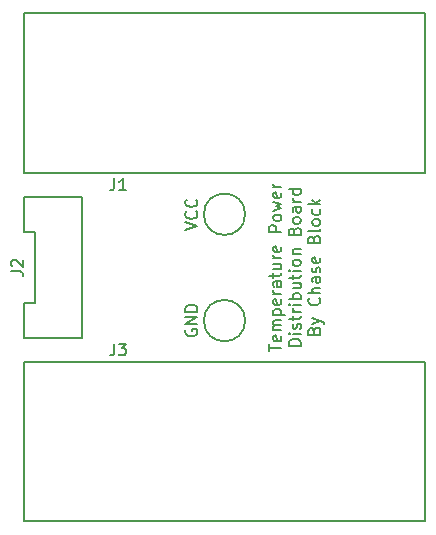
<source format=gbr>
G04 #@! TF.GenerationSoftware,KiCad,Pcbnew,(5.0.0)*
G04 #@! TF.CreationDate,2019-04-06T14:19:34-05:00*
G04 #@! TF.ProjectId,TemperaturePower,54656D7065726174757265506F776572,rev?*
G04 #@! TF.SameCoordinates,Original*
G04 #@! TF.FileFunction,Legend,Top*
G04 #@! TF.FilePolarity,Positive*
%FSLAX46Y46*%
G04 Gerber Fmt 4.6, Leading zero omitted, Abs format (unit mm)*
G04 Created by KiCad (PCBNEW (5.0.0)) date 04/06/19 14:19:34*
%MOMM*%
%LPD*%
G01*
G04 APERTURE LIST*
%ADD10C,0.150000*%
G04 APERTURE END LIST*
D10*
X138802380Y-125595238D02*
X138802380Y-125023809D01*
X139802380Y-125309523D02*
X138802380Y-125309523D01*
X139754761Y-124309523D02*
X139802380Y-124404761D01*
X139802380Y-124595238D01*
X139754761Y-124690476D01*
X139659523Y-124738095D01*
X139278571Y-124738095D01*
X139183333Y-124690476D01*
X139135714Y-124595238D01*
X139135714Y-124404761D01*
X139183333Y-124309523D01*
X139278571Y-124261904D01*
X139373809Y-124261904D01*
X139469047Y-124738095D01*
X139802380Y-123833333D02*
X139135714Y-123833333D01*
X139230952Y-123833333D02*
X139183333Y-123785714D01*
X139135714Y-123690476D01*
X139135714Y-123547619D01*
X139183333Y-123452380D01*
X139278571Y-123404761D01*
X139802380Y-123404761D01*
X139278571Y-123404761D02*
X139183333Y-123357142D01*
X139135714Y-123261904D01*
X139135714Y-123119047D01*
X139183333Y-123023809D01*
X139278571Y-122976190D01*
X139802380Y-122976190D01*
X139135714Y-122500000D02*
X140135714Y-122500000D01*
X139183333Y-122500000D02*
X139135714Y-122404761D01*
X139135714Y-122214285D01*
X139183333Y-122119047D01*
X139230952Y-122071428D01*
X139326190Y-122023809D01*
X139611904Y-122023809D01*
X139707142Y-122071428D01*
X139754761Y-122119047D01*
X139802380Y-122214285D01*
X139802380Y-122404761D01*
X139754761Y-122500000D01*
X139754761Y-121214285D02*
X139802380Y-121309523D01*
X139802380Y-121500000D01*
X139754761Y-121595238D01*
X139659523Y-121642857D01*
X139278571Y-121642857D01*
X139183333Y-121595238D01*
X139135714Y-121500000D01*
X139135714Y-121309523D01*
X139183333Y-121214285D01*
X139278571Y-121166666D01*
X139373809Y-121166666D01*
X139469047Y-121642857D01*
X139802380Y-120738095D02*
X139135714Y-120738095D01*
X139326190Y-120738095D02*
X139230952Y-120690476D01*
X139183333Y-120642857D01*
X139135714Y-120547619D01*
X139135714Y-120452380D01*
X139802380Y-119690476D02*
X139278571Y-119690476D01*
X139183333Y-119738095D01*
X139135714Y-119833333D01*
X139135714Y-120023809D01*
X139183333Y-120119047D01*
X139754761Y-119690476D02*
X139802380Y-119785714D01*
X139802380Y-120023809D01*
X139754761Y-120119047D01*
X139659523Y-120166666D01*
X139564285Y-120166666D01*
X139469047Y-120119047D01*
X139421428Y-120023809D01*
X139421428Y-119785714D01*
X139373809Y-119690476D01*
X139135714Y-119357142D02*
X139135714Y-118976190D01*
X138802380Y-119214285D02*
X139659523Y-119214285D01*
X139754761Y-119166666D01*
X139802380Y-119071428D01*
X139802380Y-118976190D01*
X139135714Y-118214285D02*
X139802380Y-118214285D01*
X139135714Y-118642857D02*
X139659523Y-118642857D01*
X139754761Y-118595238D01*
X139802380Y-118500000D01*
X139802380Y-118357142D01*
X139754761Y-118261904D01*
X139707142Y-118214285D01*
X139802380Y-117738095D02*
X139135714Y-117738095D01*
X139326190Y-117738095D02*
X139230952Y-117690476D01*
X139183333Y-117642857D01*
X139135714Y-117547619D01*
X139135714Y-117452380D01*
X139754761Y-116738095D02*
X139802380Y-116833333D01*
X139802380Y-117023809D01*
X139754761Y-117119047D01*
X139659523Y-117166666D01*
X139278571Y-117166666D01*
X139183333Y-117119047D01*
X139135714Y-117023809D01*
X139135714Y-116833333D01*
X139183333Y-116738095D01*
X139278571Y-116690476D01*
X139373809Y-116690476D01*
X139469047Y-117166666D01*
X139802380Y-115500000D02*
X138802380Y-115500000D01*
X138802380Y-115119047D01*
X138850000Y-115023809D01*
X138897619Y-114976190D01*
X138992857Y-114928571D01*
X139135714Y-114928571D01*
X139230952Y-114976190D01*
X139278571Y-115023809D01*
X139326190Y-115119047D01*
X139326190Y-115500000D01*
X139802380Y-114357142D02*
X139754761Y-114452380D01*
X139707142Y-114500000D01*
X139611904Y-114547619D01*
X139326190Y-114547619D01*
X139230952Y-114500000D01*
X139183333Y-114452380D01*
X139135714Y-114357142D01*
X139135714Y-114214285D01*
X139183333Y-114119047D01*
X139230952Y-114071428D01*
X139326190Y-114023809D01*
X139611904Y-114023809D01*
X139707142Y-114071428D01*
X139754761Y-114119047D01*
X139802380Y-114214285D01*
X139802380Y-114357142D01*
X139135714Y-113690476D02*
X139802380Y-113500000D01*
X139326190Y-113309523D01*
X139802380Y-113119047D01*
X139135714Y-112928571D01*
X139754761Y-112166666D02*
X139802380Y-112261904D01*
X139802380Y-112452380D01*
X139754761Y-112547619D01*
X139659523Y-112595238D01*
X139278571Y-112595238D01*
X139183333Y-112547619D01*
X139135714Y-112452380D01*
X139135714Y-112261904D01*
X139183333Y-112166666D01*
X139278571Y-112119047D01*
X139373809Y-112119047D01*
X139469047Y-112595238D01*
X139802380Y-111690476D02*
X139135714Y-111690476D01*
X139326190Y-111690476D02*
X139230952Y-111642857D01*
X139183333Y-111595238D01*
X139135714Y-111500000D01*
X139135714Y-111404761D01*
X141452380Y-125119047D02*
X140452380Y-125119047D01*
X140452380Y-124880952D01*
X140500000Y-124738095D01*
X140595238Y-124642857D01*
X140690476Y-124595238D01*
X140880952Y-124547619D01*
X141023809Y-124547619D01*
X141214285Y-124595238D01*
X141309523Y-124642857D01*
X141404761Y-124738095D01*
X141452380Y-124880952D01*
X141452380Y-125119047D01*
X141452380Y-124119047D02*
X140785714Y-124119047D01*
X140452380Y-124119047D02*
X140500000Y-124166666D01*
X140547619Y-124119047D01*
X140500000Y-124071428D01*
X140452380Y-124119047D01*
X140547619Y-124119047D01*
X141404761Y-123690476D02*
X141452380Y-123595238D01*
X141452380Y-123404761D01*
X141404761Y-123309523D01*
X141309523Y-123261904D01*
X141261904Y-123261904D01*
X141166666Y-123309523D01*
X141119047Y-123404761D01*
X141119047Y-123547619D01*
X141071428Y-123642857D01*
X140976190Y-123690476D01*
X140928571Y-123690476D01*
X140833333Y-123642857D01*
X140785714Y-123547619D01*
X140785714Y-123404761D01*
X140833333Y-123309523D01*
X140785714Y-122976190D02*
X140785714Y-122595238D01*
X140452380Y-122833333D02*
X141309523Y-122833333D01*
X141404761Y-122785714D01*
X141452380Y-122690476D01*
X141452380Y-122595238D01*
X141452380Y-122261904D02*
X140785714Y-122261904D01*
X140976190Y-122261904D02*
X140880952Y-122214285D01*
X140833333Y-122166666D01*
X140785714Y-122071428D01*
X140785714Y-121976190D01*
X141452380Y-121642857D02*
X140785714Y-121642857D01*
X140452380Y-121642857D02*
X140500000Y-121690476D01*
X140547619Y-121642857D01*
X140500000Y-121595238D01*
X140452380Y-121642857D01*
X140547619Y-121642857D01*
X141452380Y-121166666D02*
X140452380Y-121166666D01*
X140833333Y-121166666D02*
X140785714Y-121071428D01*
X140785714Y-120880952D01*
X140833333Y-120785714D01*
X140880952Y-120738095D01*
X140976190Y-120690476D01*
X141261904Y-120690476D01*
X141357142Y-120738095D01*
X141404761Y-120785714D01*
X141452380Y-120880952D01*
X141452380Y-121071428D01*
X141404761Y-121166666D01*
X140785714Y-119833333D02*
X141452380Y-119833333D01*
X140785714Y-120261904D02*
X141309523Y-120261904D01*
X141404761Y-120214285D01*
X141452380Y-120119047D01*
X141452380Y-119976190D01*
X141404761Y-119880952D01*
X141357142Y-119833333D01*
X140785714Y-119500000D02*
X140785714Y-119119047D01*
X140452380Y-119357142D02*
X141309523Y-119357142D01*
X141404761Y-119309523D01*
X141452380Y-119214285D01*
X141452380Y-119119047D01*
X141452380Y-118785714D02*
X140785714Y-118785714D01*
X140452380Y-118785714D02*
X140500000Y-118833333D01*
X140547619Y-118785714D01*
X140500000Y-118738095D01*
X140452380Y-118785714D01*
X140547619Y-118785714D01*
X141452380Y-118166666D02*
X141404761Y-118261904D01*
X141357142Y-118309523D01*
X141261904Y-118357142D01*
X140976190Y-118357142D01*
X140880952Y-118309523D01*
X140833333Y-118261904D01*
X140785714Y-118166666D01*
X140785714Y-118023809D01*
X140833333Y-117928571D01*
X140880952Y-117880952D01*
X140976190Y-117833333D01*
X141261904Y-117833333D01*
X141357142Y-117880952D01*
X141404761Y-117928571D01*
X141452380Y-118023809D01*
X141452380Y-118166666D01*
X140785714Y-117404761D02*
X141452380Y-117404761D01*
X140880952Y-117404761D02*
X140833333Y-117357142D01*
X140785714Y-117261904D01*
X140785714Y-117119047D01*
X140833333Y-117023809D01*
X140928571Y-116976190D01*
X141452380Y-116976190D01*
X140928571Y-115404761D02*
X140976190Y-115261904D01*
X141023809Y-115214285D01*
X141119047Y-115166666D01*
X141261904Y-115166666D01*
X141357142Y-115214285D01*
X141404761Y-115261904D01*
X141452380Y-115357142D01*
X141452380Y-115738095D01*
X140452380Y-115738095D01*
X140452380Y-115404761D01*
X140500000Y-115309523D01*
X140547619Y-115261904D01*
X140642857Y-115214285D01*
X140738095Y-115214285D01*
X140833333Y-115261904D01*
X140880952Y-115309523D01*
X140928571Y-115404761D01*
X140928571Y-115738095D01*
X141452380Y-114595238D02*
X141404761Y-114690476D01*
X141357142Y-114738095D01*
X141261904Y-114785714D01*
X140976190Y-114785714D01*
X140880952Y-114738095D01*
X140833333Y-114690476D01*
X140785714Y-114595238D01*
X140785714Y-114452380D01*
X140833333Y-114357142D01*
X140880952Y-114309523D01*
X140976190Y-114261904D01*
X141261904Y-114261904D01*
X141357142Y-114309523D01*
X141404761Y-114357142D01*
X141452380Y-114452380D01*
X141452380Y-114595238D01*
X141452380Y-113404761D02*
X140928571Y-113404761D01*
X140833333Y-113452380D01*
X140785714Y-113547619D01*
X140785714Y-113738095D01*
X140833333Y-113833333D01*
X141404761Y-113404761D02*
X141452380Y-113500000D01*
X141452380Y-113738095D01*
X141404761Y-113833333D01*
X141309523Y-113880952D01*
X141214285Y-113880952D01*
X141119047Y-113833333D01*
X141071428Y-113738095D01*
X141071428Y-113500000D01*
X141023809Y-113404761D01*
X141452380Y-112928571D02*
X140785714Y-112928571D01*
X140976190Y-112928571D02*
X140880952Y-112880952D01*
X140833333Y-112833333D01*
X140785714Y-112738095D01*
X140785714Y-112642857D01*
X141452380Y-111880952D02*
X140452380Y-111880952D01*
X141404761Y-111880952D02*
X141452380Y-111976190D01*
X141452380Y-112166666D01*
X141404761Y-112261904D01*
X141357142Y-112309523D01*
X141261904Y-112357142D01*
X140976190Y-112357142D01*
X140880952Y-112309523D01*
X140833333Y-112261904D01*
X140785714Y-112166666D01*
X140785714Y-111976190D01*
X140833333Y-111880952D01*
X142578571Y-123857142D02*
X142626190Y-123714285D01*
X142673809Y-123666666D01*
X142769047Y-123619047D01*
X142911904Y-123619047D01*
X143007142Y-123666666D01*
X143054761Y-123714285D01*
X143102380Y-123809523D01*
X143102380Y-124190476D01*
X142102380Y-124190476D01*
X142102380Y-123857142D01*
X142150000Y-123761904D01*
X142197619Y-123714285D01*
X142292857Y-123666666D01*
X142388095Y-123666666D01*
X142483333Y-123714285D01*
X142530952Y-123761904D01*
X142578571Y-123857142D01*
X142578571Y-124190476D01*
X142435714Y-123285714D02*
X143102380Y-123047619D01*
X142435714Y-122809523D02*
X143102380Y-123047619D01*
X143340476Y-123142857D01*
X143388095Y-123190476D01*
X143435714Y-123285714D01*
X143007142Y-121095238D02*
X143054761Y-121142857D01*
X143102380Y-121285714D01*
X143102380Y-121380952D01*
X143054761Y-121523809D01*
X142959523Y-121619047D01*
X142864285Y-121666666D01*
X142673809Y-121714285D01*
X142530952Y-121714285D01*
X142340476Y-121666666D01*
X142245238Y-121619047D01*
X142150000Y-121523809D01*
X142102380Y-121380952D01*
X142102380Y-121285714D01*
X142150000Y-121142857D01*
X142197619Y-121095238D01*
X143102380Y-120666666D02*
X142102380Y-120666666D01*
X143102380Y-120238095D02*
X142578571Y-120238095D01*
X142483333Y-120285714D01*
X142435714Y-120380952D01*
X142435714Y-120523809D01*
X142483333Y-120619047D01*
X142530952Y-120666666D01*
X143102380Y-119333333D02*
X142578571Y-119333333D01*
X142483333Y-119380952D01*
X142435714Y-119476190D01*
X142435714Y-119666666D01*
X142483333Y-119761904D01*
X143054761Y-119333333D02*
X143102380Y-119428571D01*
X143102380Y-119666666D01*
X143054761Y-119761904D01*
X142959523Y-119809523D01*
X142864285Y-119809523D01*
X142769047Y-119761904D01*
X142721428Y-119666666D01*
X142721428Y-119428571D01*
X142673809Y-119333333D01*
X143054761Y-118904761D02*
X143102380Y-118809523D01*
X143102380Y-118619047D01*
X143054761Y-118523809D01*
X142959523Y-118476190D01*
X142911904Y-118476190D01*
X142816666Y-118523809D01*
X142769047Y-118619047D01*
X142769047Y-118761904D01*
X142721428Y-118857142D01*
X142626190Y-118904761D01*
X142578571Y-118904761D01*
X142483333Y-118857142D01*
X142435714Y-118761904D01*
X142435714Y-118619047D01*
X142483333Y-118523809D01*
X143054761Y-117666666D02*
X143102380Y-117761904D01*
X143102380Y-117952380D01*
X143054761Y-118047619D01*
X142959523Y-118095238D01*
X142578571Y-118095238D01*
X142483333Y-118047619D01*
X142435714Y-117952380D01*
X142435714Y-117761904D01*
X142483333Y-117666666D01*
X142578571Y-117619047D01*
X142673809Y-117619047D01*
X142769047Y-118095238D01*
X142578571Y-116095238D02*
X142626190Y-115952380D01*
X142673809Y-115904761D01*
X142769047Y-115857142D01*
X142911904Y-115857142D01*
X143007142Y-115904761D01*
X143054761Y-115952380D01*
X143102380Y-116047619D01*
X143102380Y-116428571D01*
X142102380Y-116428571D01*
X142102380Y-116095238D01*
X142150000Y-116000000D01*
X142197619Y-115952380D01*
X142292857Y-115904761D01*
X142388095Y-115904761D01*
X142483333Y-115952380D01*
X142530952Y-116000000D01*
X142578571Y-116095238D01*
X142578571Y-116428571D01*
X143102380Y-115285714D02*
X143054761Y-115380952D01*
X142959523Y-115428571D01*
X142102380Y-115428571D01*
X143102380Y-114761904D02*
X143054761Y-114857142D01*
X143007142Y-114904761D01*
X142911904Y-114952380D01*
X142626190Y-114952380D01*
X142530952Y-114904761D01*
X142483333Y-114857142D01*
X142435714Y-114761904D01*
X142435714Y-114619047D01*
X142483333Y-114523809D01*
X142530952Y-114476190D01*
X142626190Y-114428571D01*
X142911904Y-114428571D01*
X143007142Y-114476190D01*
X143054761Y-114523809D01*
X143102380Y-114619047D01*
X143102380Y-114761904D01*
X143054761Y-113571428D02*
X143102380Y-113666666D01*
X143102380Y-113857142D01*
X143054761Y-113952380D01*
X143007142Y-114000000D01*
X142911904Y-114047619D01*
X142626190Y-114047619D01*
X142530952Y-114000000D01*
X142483333Y-113952380D01*
X142435714Y-113857142D01*
X142435714Y-113666666D01*
X142483333Y-113571428D01*
X143102380Y-113142857D02*
X142102380Y-113142857D01*
X142721428Y-113047619D02*
X143102380Y-112761904D01*
X142435714Y-112761904D02*
X142816666Y-113142857D01*
G04 #@! TO.C,J1*
X118000000Y-97000000D02*
X152000000Y-97000000D01*
X152000000Y-109500000D02*
X152000000Y-97000000D01*
X118000000Y-109500000D02*
X118000000Y-97000000D01*
X148000000Y-110500000D02*
X152000000Y-110500000D01*
X152000000Y-110500000D02*
X152000000Y-109500000D01*
X148000000Y-110500000D02*
X118000000Y-110500000D01*
X118000000Y-110500000D02*
X118000000Y-109500000D01*
G04 #@! TO.C,J2*
X118000000Y-124500000D02*
X118000000Y-121500000D01*
X118000000Y-121500000D02*
X119000000Y-121500000D01*
X119000000Y-121500000D02*
X119000000Y-115500000D01*
X119000000Y-115500000D02*
X118000000Y-115500000D01*
X118000000Y-115500000D02*
X118000000Y-112500000D01*
X118000000Y-112500000D02*
X122900000Y-112500000D01*
X122900000Y-112500000D02*
X122900000Y-124500000D01*
X122900000Y-124500000D02*
X118000000Y-124500000D01*
G04 #@! TO.C,J3*
X118000000Y-140000000D02*
X118000000Y-139000000D01*
X148000000Y-140000000D02*
X118000000Y-140000000D01*
X152000000Y-140000000D02*
X152000000Y-139000000D01*
X148000000Y-140000000D02*
X152000000Y-140000000D01*
X118000000Y-139000000D02*
X118000000Y-126500000D01*
X152000000Y-139000000D02*
X152000000Y-126500000D01*
X118000000Y-126500000D02*
X152000000Y-126500000D01*
G04 #@! TO.C,VCC*
X136750000Y-114000000D02*
G75*
G03X136750000Y-114000000I-1750000J0D01*
G01*
G04 #@! TO.C,GND*
X136750000Y-123000000D02*
G75*
G03X136750000Y-123000000I-1750000J0D01*
G01*
G04 #@! TO.C,J1*
X125666666Y-110952380D02*
X125666666Y-111666666D01*
X125619047Y-111809523D01*
X125523809Y-111904761D01*
X125380952Y-111952380D01*
X125285714Y-111952380D01*
X126666666Y-111952380D02*
X126095238Y-111952380D01*
X126380952Y-111952380D02*
X126380952Y-110952380D01*
X126285714Y-111095238D01*
X126190476Y-111190476D01*
X126095238Y-111238095D01*
G04 #@! TO.C,J2*
X116952380Y-118833333D02*
X117666666Y-118833333D01*
X117809523Y-118880952D01*
X117904761Y-118976190D01*
X117952380Y-119119047D01*
X117952380Y-119214285D01*
X117047619Y-118404761D02*
X117000000Y-118357142D01*
X116952380Y-118261904D01*
X116952380Y-118023809D01*
X117000000Y-117928571D01*
X117047619Y-117880952D01*
X117142857Y-117833333D01*
X117238095Y-117833333D01*
X117380952Y-117880952D01*
X117952380Y-118452380D01*
X117952380Y-117833333D01*
G04 #@! TO.C,J3*
X125666666Y-124952380D02*
X125666666Y-125666666D01*
X125619047Y-125809523D01*
X125523809Y-125904761D01*
X125380952Y-125952380D01*
X125285714Y-125952380D01*
X126047619Y-124952380D02*
X126666666Y-124952380D01*
X126333333Y-125333333D01*
X126476190Y-125333333D01*
X126571428Y-125380952D01*
X126619047Y-125428571D01*
X126666666Y-125523809D01*
X126666666Y-125761904D01*
X126619047Y-125857142D01*
X126571428Y-125904761D01*
X126476190Y-125952380D01*
X126190476Y-125952380D01*
X126095238Y-125904761D01*
X126047619Y-125857142D01*
G04 #@! TO.C,VCC*
X131702380Y-115333333D02*
X132702380Y-115000000D01*
X131702380Y-114666666D01*
X132607142Y-113761904D02*
X132654761Y-113809523D01*
X132702380Y-113952380D01*
X132702380Y-114047619D01*
X132654761Y-114190476D01*
X132559523Y-114285714D01*
X132464285Y-114333333D01*
X132273809Y-114380952D01*
X132130952Y-114380952D01*
X131940476Y-114333333D01*
X131845238Y-114285714D01*
X131750000Y-114190476D01*
X131702380Y-114047619D01*
X131702380Y-113952380D01*
X131750000Y-113809523D01*
X131797619Y-113761904D01*
X132607142Y-112761904D02*
X132654761Y-112809523D01*
X132702380Y-112952380D01*
X132702380Y-113047619D01*
X132654761Y-113190476D01*
X132559523Y-113285714D01*
X132464285Y-113333333D01*
X132273809Y-113380952D01*
X132130952Y-113380952D01*
X131940476Y-113333333D01*
X131845238Y-113285714D01*
X131750000Y-113190476D01*
X131702380Y-113047619D01*
X131702380Y-112952380D01*
X131750000Y-112809523D01*
X131797619Y-112761904D01*
G04 #@! TO.C,GND*
X131750000Y-123761904D02*
X131702380Y-123857142D01*
X131702380Y-124000000D01*
X131750000Y-124142857D01*
X131845238Y-124238095D01*
X131940476Y-124285714D01*
X132130952Y-124333333D01*
X132273809Y-124333333D01*
X132464285Y-124285714D01*
X132559523Y-124238095D01*
X132654761Y-124142857D01*
X132702380Y-124000000D01*
X132702380Y-123904761D01*
X132654761Y-123761904D01*
X132607142Y-123714285D01*
X132273809Y-123714285D01*
X132273809Y-123904761D01*
X132702380Y-123285714D02*
X131702380Y-123285714D01*
X132702380Y-122714285D01*
X131702380Y-122714285D01*
X132702380Y-122238095D02*
X131702380Y-122238095D01*
X131702380Y-122000000D01*
X131750000Y-121857142D01*
X131845238Y-121761904D01*
X131940476Y-121714285D01*
X132130952Y-121666666D01*
X132273809Y-121666666D01*
X132464285Y-121714285D01*
X132559523Y-121761904D01*
X132654761Y-121857142D01*
X132702380Y-122000000D01*
X132702380Y-122238095D01*
G04 #@! TD*
M02*

</source>
